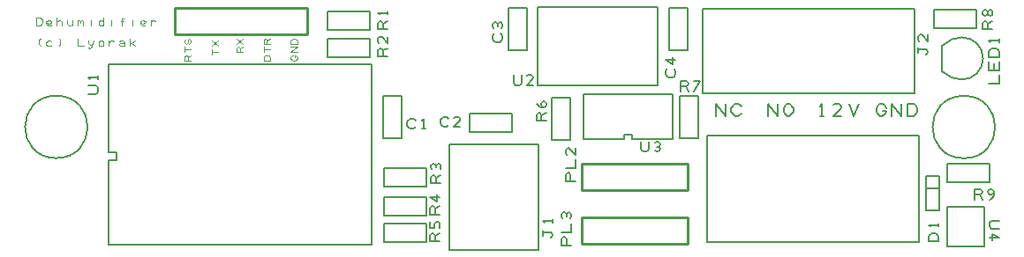
<source format=gto>
%FSLAX35Y35*%
%MOMM*%
G04 EasyPC Gerber Version 18.0.8 Build 3632 *
%ADD98C,0.10000*%
%ADD10C,0.12700*%
%ADD12C,0.20000*%
%ADD15C,0.25400*%
X0Y0D02*
D02*
D10*
X406350Y1556350D02*
G75*
G03Y956350J-300000D01*
G01*
G75*
G03Y1556350J300000*
G01*
X711360Y1575100D02*
X782790D01*
X798670Y1583040*
X806610Y1598910*
Y1630660*
X798670Y1646540*
X782790Y1654480*
X711360*
X806610Y1717980D02*
Y1749730D01*
Y1733850D02*
X711360D01*
X727230Y1717980*
X909600Y1861060D02*
X3429600D01*
Y121060*
X909600*
Y937600*
X980420*
Y1012600*
X909600*
Y1861060*
X3007220Y2186200D02*
X3413620D01*
Y2364000*
X3007220*
Y2186200*
X3413620Y2104000D02*
X3007220D01*
Y1926200*
X3413620*
Y2104000*
X3541520Y1558300D02*
Y1151900D01*
X3719320*
Y1558300*
X3541520*
X3547220Y686200D02*
X3953620D01*
Y864000*
X3547220*
Y686200*
X3586610Y1935100D02*
X3491360D01*
Y1990660*
X3499290Y2006540*
X3515170Y2014480*
X3531040Y2006540*
X3538980Y1990660*
Y1935100*
Y1990660D02*
X3586610Y2014480D01*
Y2125600D02*
Y2062100D01*
X3531040Y2117660*
X3515170Y2125600*
X3499290Y2117660*
X3491360Y2101790*
Y2077980*
X3499290Y2062100*
X3586610Y2195100D02*
X3491360D01*
Y2250660*
X3499290Y2266540*
X3515170Y2274480*
X3531040Y2266540*
X3538980Y2250660*
Y2195100*
Y2250660D02*
X3586610Y2274480D01*
Y2337980D02*
Y2369730D01*
Y2353850D02*
X3491360D01*
X3507230Y2337980*
X3849800Y1254790D02*
X3841860Y1246850D01*
X3825980Y1238910*
X3802170*
X3786300Y1246850*
X3778360Y1254790*
X3770420Y1270660*
Y1302410*
X3778360Y1318290*
X3786300Y1326230*
X3802170Y1334160*
X3825980*
X3841860Y1326230*
X3849800Y1318290*
X3913300Y1238910D02*
X3945050D01*
X3929170D02*
Y1334160D01*
X3913300Y1318290*
X3953620Y324000D02*
X3547220D01*
Y146200*
X3953620*
Y324000*
Y584000D02*
X3547220D01*
Y406200*
X3953620*
Y584000*
X4169800Y1274790D02*
X4161860Y1266850D01*
X4145980Y1258910*
X4122170*
X4106300Y1266850*
X4098360Y1274790*
X4090420Y1290660*
Y1322410*
X4098360Y1338290*
X4106300Y1346230*
X4122170Y1354160*
X4145980*
X4161860Y1346230*
X4169800Y1338290*
X4280920Y1258910D02*
X4217420D01*
X4272980Y1314480*
X4280920Y1330350*
X4272980Y1346230*
X4257110Y1354160*
X4233300*
X4217420Y1346230*
X4086610Y155100D02*
X3991360D01*
Y210660*
X3999290Y226540*
X4015170Y234480*
X4031040Y226540*
X4038980Y210660*
Y155100*
Y210660D02*
X4086610Y234480D01*
X4078670Y282100D02*
X4086610Y297980D01*
Y321790*
X4078670Y337660*
X4062790Y345600*
X4054860*
X4038980Y337660*
X4031040Y321790*
Y282100*
X3991360*
Y345600*
X4086610Y415100D02*
X3991360D01*
Y470660*
X3999290Y486540*
X4015170Y494480*
X4031040Y486540*
X4038980Y470660*
Y415100*
Y470660D02*
X4086610Y494480D01*
Y581790D02*
X3991360D01*
X4054860Y542100*
Y605600*
X4094910Y715100D02*
X3999660D01*
Y770660*
X4007590Y786540*
X4023470Y794480*
X4039340Y786540*
X4047280Y770660*
Y715100*
Y770660D02*
X4094910Y794480D01*
X4086970Y850040D02*
X4094910Y865910D01*
Y881790*
X4086970Y897660*
X4071090Y905600*
X4055220Y897660*
X4047280Y881790*
Y865910*
Y881790D02*
X4039340Y897660D01*
X4023470Y905600*
X4007590Y897660*
X3999660Y881790*
Y865910*
X4007590Y850040*
X4179240Y70330D02*
Y1090330D01*
X5029240*
Y70330*
X4179240*
X4670730Y2154480D02*
X4678670Y2146540D01*
X4686610Y2130660*
Y2106850*
X4678670Y2090980*
X4670730Y2083040*
X4654860Y2075100*
X4623110*
X4607230Y2083040*
X4599290Y2090980*
X4591360Y2106850*
Y2130660*
X4599290Y2146540*
X4607230Y2154480*
X4678670Y2210040D02*
X4686610Y2225910D01*
Y2241790*
X4678670Y2257660*
X4662790Y2265600*
X4646920Y2257660*
X4638980Y2241790*
Y2225910*
Y2241790D02*
X4631040Y2257660D01*
X4615170Y2265600*
X4599290Y2257660*
X4591360Y2241790*
Y2225910*
X4599290Y2210040*
X4741520Y2398300D02*
Y1991900D01*
X4919320*
Y2398300*
X4741520*
X4773620Y1384000D02*
X4367220D01*
Y1206200*
X4773620*
Y1384000*
X4790420Y1754160D02*
Y1682730D01*
X4798360Y1666850*
X4814230Y1658910*
X4845980*
X4861860Y1666850*
X4869800Y1682730*
Y1754160*
X4980920Y1658910D02*
X4917420D01*
X4972980Y1714480*
X4980920Y1730350*
X4972980Y1746230*
X4957110Y1754160*
X4933300*
X4917420Y1746230*
X5024370Y1658260D02*
X6174370D01*
Y2413260*
X5024370*
Y1658260*
X5106610Y1315100D02*
X5011360D01*
Y1370660*
X5019290Y1386540*
X5035170Y1394480*
X5051040Y1386540*
X5058980Y1370660*
Y1315100*
Y1370660D02*
X5106610Y1394480D01*
X5082790Y1442100D02*
X5066920Y1450040D01*
X5058980Y1465910*
Y1481790*
X5066920Y1497660*
X5082790Y1505600*
X5098670Y1497660*
X5106610Y1481790*
Y1465910*
X5098670Y1450040*
X5082790Y1442100*
X5058980*
X5035170Y1450040*
X5019290Y1465910*
X5011360Y1481790*
X5150730Y195100D02*
X5158670Y203040D01*
X5166610Y218910*
X5158670Y234790*
X5150730Y242730*
X5071360*
Y258600*
Y242730D02*
Y210980D01*
X5166610Y337980D02*
Y369730D01*
Y353850D02*
X5071360D01*
X5087230Y337980*
X5339320Y1131900D02*
Y1538300D01*
X5161520*
Y1131900*
X5339320*
X5346610Y116350D02*
X5251360D01*
Y171910*
X5259290Y187790*
X5275170Y195730*
X5291040Y187790*
X5298980Y171910*
Y116350*
X5251360Y243350D02*
X5346610D01*
Y322730*
X5338670Y378290D02*
X5346610Y394160D01*
Y410040*
X5338670Y425910*
X5322790Y433850*
X5306920Y425910*
X5298980Y410040*
Y394160*
Y410040D02*
X5291040Y425910D01*
X5275170Y433850*
X5259290Y425910*
X5251360Y410040*
Y394160*
X5259290Y378290*
X5386610Y735100D02*
X5291360D01*
Y790660*
X5299290Y806540*
X5315170Y814480*
X5331040Y806540*
X5338980Y790660*
Y735100*
X5291360Y862100D02*
X5386610D01*
Y941480*
Y1052600D02*
Y989100D01*
X5331040Y1044660*
X5315170Y1052600*
X5299290Y1044660*
X5291360Y1028790*
Y1004980*
X5299290Y989100*
X5465420Y1140600D02*
Y1569600D01*
X6315420*
Y1140600*
X5927920*
Y1178100*
X5852920*
Y1140600*
X5465420*
X6010420Y1114160D02*
Y1042730D01*
X6018360Y1026850*
X6034230Y1018910*
X6065980*
X6081860Y1026850*
X6089800Y1042730*
Y1114160*
X6145360Y1026850D02*
X6161230Y1018910D01*
X6177110*
X6192980Y1026850*
X6200920Y1042730*
X6192980Y1058600*
X6177110Y1066540*
X6161230*
X6177110D02*
X6192980Y1074480D01*
X6200920Y1090350*
X6192980Y1106230*
X6177110Y1114160*
X6161230*
X6145360Y1106230*
X6281520Y2398300D02*
Y1991900D01*
X6459320*
Y2398300*
X6281520*
X6330730Y1814480D02*
X6338670Y1806540D01*
X6346610Y1790660*
Y1766850*
X6338670Y1750980*
X6330730Y1743040*
X6314860Y1735100*
X6283110*
X6267230Y1743040*
X6259290Y1750980*
X6251360Y1766850*
Y1790660*
X6259290Y1806540*
X6267230Y1814480*
X6346610Y1901790D02*
X6251360D01*
X6314860Y1862100*
Y1925600*
X6381520Y1558300D02*
Y1151900D01*
X6559320*
Y1558300*
X6381520*
X6390420Y1598910D02*
Y1694160D01*
X6445980*
X6461860Y1686230*
X6469800Y1670350*
X6461860Y1654480*
X6445980Y1646540*
X6390420*
X6445980D02*
X6469800Y1598910D01*
X6517420D02*
X6580920Y1694160D01*
X6517420*
X8635580Y2393240D02*
X6603580D01*
Y1583240*
X8635580*
Y2393240*
X8682120Y1172230D02*
X6644120D01*
Y150230*
X8682120*
Y1172230*
X8750020Y780500D02*
Y449700D01*
X8870820*
Y780500*
X8750020*
X8750730Y1955100D02*
X8758670Y1963040D01*
X8766610Y1978910*
X8758670Y1994790*
X8750730Y2002730*
X8671360*
Y2018600*
Y2002730D02*
Y1970980D01*
X8766610Y2145600D02*
Y2082100D01*
X8711040Y2137660*
X8695170Y2145600*
X8679290Y2137660*
X8671360Y2121790*
Y2097980*
X8679290Y2082100*
X8865920Y664600D02*
X8755920D01*
X8866610Y155100D02*
X8771360D01*
Y202730*
X8779290Y218600*
X8787230Y226540*
X8803110Y234480*
X8834860*
X8850730Y226540*
X8858670Y218600*
X8866610Y202730*
Y155100*
Y297980D02*
Y329730D01*
Y313850D02*
X8771360D01*
X8787230Y297980*
X9092020Y1711900D02*
G75*
G03X9295220Y1915100J203200D01*
G01*
G75*
G03X9092020Y2118300I-203200*
G01*
G75*
G03X8911680Y2044640I-1250J-254520*
G01*
X8901520Y2034480*
Y1795720*
X8911680Y1785560*
G75*
G03X9092020Y1711900I179090J180860*
G01*
X9110420Y1555100D02*
G75*
G03Y955100J-300000D01*
G01*
G75*
G03Y1555100J300000*
G01*
X9210420Y558910D02*
Y654160D01*
X9265980*
X9281860Y646230*
X9289800Y630350*
X9281860Y614480*
X9265980Y606540*
X9210420*
X9265980D02*
X9289800Y558910D01*
X9361230D02*
X9377110Y566850D01*
X9392980Y582730*
X9400920Y606540*
Y630350*
X9392980Y646230*
X9377110Y654160*
X9361230*
X9345360Y646230*
X9337420Y630350*
X9345360Y614480*
X9361230Y606540*
X9377110*
X9392980Y614480*
X9400920Y630350*
X9233620Y2384000D02*
X8827220D01*
Y2206200*
X9233620*
Y2384000*
X9308220Y104600D02*
Y485600D01*
X8952620*
Y104600*
X9305680*
X9449480Y355100D02*
X9378050D01*
X9362170Y347160*
X9354230Y331290*
Y299540*
X9362170Y283660*
X9378050Y275720*
X9449480*
X9354230Y188410D02*
X9449480D01*
X9385980Y228100*
Y164600*
X9353620Y904000D02*
X8947220D01*
Y726200*
X9353620*
Y904000*
X9386610Y2195100D02*
X9291360D01*
Y2250660*
X9299290Y2266540*
X9315170Y2274480*
X9331040Y2266540*
X9338980Y2250660*
Y2195100*
Y2250660D02*
X9386610Y2274480D01*
X9338980Y2345910D02*
Y2361790D01*
X9331040Y2377660*
X9315170Y2385600*
X9299290Y2377660*
X9291360Y2361790*
Y2345910*
X9299290Y2330040*
X9315170Y2322100*
X9331040Y2330040*
X9338980Y2345910*
X9346920Y2330040*
X9362790Y2322100*
X9378670Y2330040*
X9386610Y2345910*
Y2361790*
X9378670Y2377660*
X9362790Y2385600*
X9346920Y2377660*
X9338980Y2361790*
X9351360Y1675100D02*
X9446610D01*
Y1754480*
Y1802100D02*
X9351360D01*
Y1881480*
X9398980Y1865600D02*
Y1802100D01*
X9446610D02*
Y1881480D01*
Y1929100D02*
X9351360D01*
Y1976730*
X9359290Y1992600*
X9367230Y2000540*
X9383110Y2008480*
X9414860*
X9430730Y2000540*
X9438670Y1992600*
X9446610Y1976730*
Y1929100*
Y2071980D02*
Y2103730D01*
Y2087850D02*
X9351360D01*
X9367230Y2071980*
D02*
D12*
X6730420Y1363230D02*
Y1475730D01*
X6824170Y1363230*
Y1475730*
X6974170Y1381980D02*
X6964800Y1372600D01*
X6946050Y1363230*
X6917920*
X6899170Y1372600*
X6889800Y1381980*
X6880420Y1400730*
Y1438230*
X6889800Y1456980*
X6899170Y1466350*
X6917920Y1475730*
X6946050*
X6964800Y1466350*
X6974170Y1456980*
X7230420Y1363230D02*
Y1475730D01*
X7324170Y1363230*
Y1475730*
X7380420Y1400730D02*
Y1438230D01*
X7389800Y1456980*
X7399170Y1466350*
X7417920Y1475730*
X7436670*
X7455420Y1466350*
X7464800Y1456980*
X7474170Y1438230*
Y1400730*
X7464800Y1381980*
X7455420Y1372600*
X7436670Y1363230*
X7417920*
X7399170Y1372600*
X7389800Y1381980*
X7380420Y1400730*
X7729170Y1363230D02*
X7766670D01*
X7747920D02*
Y1475730D01*
X7729170Y1456980*
X7935420Y1363230D02*
X7860420D01*
X7926050Y1428850*
X7935420Y1447600*
X7926050Y1466350*
X7907300Y1475730*
X7879170*
X7860420Y1466350*
X8010420Y1475730D02*
X8057300Y1363230D01*
X8104170Y1475730*
X8336050Y1410100D02*
X8364170D01*
Y1400730*
X8354800Y1381980*
X8345420Y1372600*
X8326670Y1363230*
X8307920*
X8289170Y1372600*
X8279800Y1381980*
X8270420Y1400730*
Y1438230*
X8279800Y1456980*
X8289170Y1466350*
X8307920Y1475730*
X8326670*
X8345420Y1466350*
X8354800Y1456980*
X8364170Y1438230*
X8420420Y1363230D02*
Y1475730D01*
X8514170Y1363230*
Y1475730*
X8570420Y1363230D02*
Y1475730D01*
X8626670*
X8645420Y1466350*
X8654800Y1456980*
X8664170Y1438230*
Y1400730*
X8654800Y1381980*
X8645420Y1372600*
X8626670Y1363230*
X8570420*
D02*
D15*
X1543420Y2148100D02*
X2813420D01*
Y2402100*
X1543420*
Y2148100*
X5443420Y649350D02*
X6459420D01*
Y903350*
X5443420*
Y649350*
X6457420Y383350D02*
X5441420D01*
Y129350*
X6457420*
Y383350*
D02*
D98*
X254170Y2033850D02*
X241670Y2052600D01*
Y2096350*
X254170Y2108850*
X360420Y2077600D02*
X347920Y2083850D01*
X329170*
X316670Y2077600*
X310420Y2065100*
Y2052600*
X316670Y2040100*
X329170Y2033850*
X347920*
X360420Y2040100*
X429170Y2033850D02*
X441670Y2052600D01*
Y2096350*
X429170Y2108850*
X610420D02*
Y2033850D01*
X672920*
X710420Y2083850D02*
X716670Y2058850D01*
X729170Y2046350*
X741670*
X754170Y2058850*
X760420Y2083850*
X754170Y2058850D02*
X747920Y2033850D01*
X741670Y2021350*
X729170Y2015100*
X716670Y2021350*
X810420Y2052600D02*
X816670Y2040100D01*
X829170Y2033850*
X841670*
X854170Y2040100*
X860420Y2052600*
Y2065100*
X854170Y2077600*
X841670Y2083850*
X829170*
X816670Y2077600*
X810420Y2065100*
Y2052600*
X910420Y2033850D02*
Y2083850D01*
Y2065100D02*
X916670Y2077600D01*
X929170Y2083850*
X941670*
X954170Y2077600*
X1010420D02*
X1022920Y2083850D01*
X1041670*
X1054170Y2077600*
X1060420Y2065100*
Y2046350*
X1054170Y2040100*
X1041670Y2033850*
X1029170*
X1016670Y2040100*
X1010420Y2046350*
Y2052600*
X1016670Y2058850*
X1029170Y2065100*
X1041670*
X1054170Y2058850*
X1060420Y2052600*
Y2046350D02*
Y2033850D01*
X1110420D02*
Y2108850D01*
Y2058850D02*
X1129170D01*
X1160420Y2083850*
X1129170Y2058850D02*
X1160420Y2033850D01*
X210420Y2233850D02*
Y2308850D01*
X247920*
X260420Y2302600*
X266670Y2296350*
X272920Y2283850*
Y2258850*
X266670Y2246350*
X260420Y2240100*
X247920Y2233850*
X210420*
X360420Y2240100D02*
X354170Y2233850D01*
X341670*
X329170*
X316670Y2240100*
X310420Y2252600*
Y2271350*
X316670Y2277600*
X329170Y2283850*
X341670*
X354170Y2277600*
X360420Y2271350*
Y2265100*
X354170Y2258850*
X341670Y2252600*
X329170*
X316670Y2258850*
X310420Y2265100*
X410420Y2233850D02*
Y2308850D01*
Y2265100D02*
X416670Y2277600D01*
X429170Y2283850*
X441670*
X454170Y2277600*
X460420Y2265100*
Y2233850*
X510420Y2283850D02*
Y2252600D01*
X516670Y2240100*
X529170Y2233850*
X541670*
X554170Y2240100*
X560420Y2252600*
Y2283850D02*
Y2233850D01*
X610420D02*
Y2283850D01*
Y2277600D02*
X616670Y2283850D01*
X629170*
X635420Y2277600*
Y2258850*
Y2277600D02*
X641670Y2283850D01*
X654170*
X660420Y2277600*
Y2233850*
X735420D02*
Y2283850D01*
Y2302600D02*
X860420Y2265100*
X854170Y2277600D01*
X841670Y2283850*
X829170*
X816670Y2277600*
X810420Y2265100*
Y2252600*
X816670Y2240100*
X829170Y2233850*
X841670*
X854170Y2240100*
X860420Y2252600*
Y2233850D02*
Y2308850D01*
X935420Y2233850D02*
Y2283850D01*
Y2302600D02*
X1035420Y2233850*
Y2296350D01*
X1041670Y2302600*
X1047920*
X1054170Y2296350*
X1022920Y2277600D02*
X1047920D01*
X1135420Y2233850D02*
Y2283850D01*
Y2302600D02*
X1260420Y2240100*
X1254170Y2233850D01*
X1241670*
X1229170*
X1216670Y2240100*
X1210420Y2252600*
Y2271350*
X1216670Y2277600*
X1229170Y2283850*
X1241670*
X1254170Y2277600*
X1260420Y2271350*
Y2265100*
X1254170Y2258850*
X1241670Y2252600*
X1229170*
X1216670Y2258850*
X1210420Y2265100*
X1310420Y2233850D02*
Y2283850D01*
Y2265100D02*
X1316670Y2277600D01*
X1329170Y2283850*
X1341670*
X1354170Y2277600*
X1695420Y1895100D02*
X1635420D01*
Y1930100*
X1640420Y1940100*
X1650420Y1945100*
X1660420Y1940100*
X1665420Y1930100*
Y1895100*
Y1930100D02*
X1695420Y1945100D01*
Y2000100D02*
X1635420D01*
Y1975100D02*
Y2025100D01*
X1680420Y2055100D02*
X1690420Y2060100D01*
X1695420Y2070100*
Y2090100*
X1690420Y2100100*
X1680420Y2105100*
X1670420Y2100100*
X1665420Y2090100*
Y2070100*
X1660420Y2060100*
X1650420Y2055100*
X1640420Y2060100*
X1635420Y2070100*
Y2090100*
X1640420Y2100100*
X1650420Y2105100*
X1955420Y1980100D02*
X1895420D01*
Y1955100D02*
Y2005100D01*
X1955420Y2035100D02*
X1895420Y2085100D01*
Y2035100D02*
X1955420Y2085100D01*
X2195420Y1975100D02*
X2135420D01*
Y2010100*
X2140420Y2020100*
X2150420Y2025100*
X2160420Y2020100*
X2165420Y2010100*
Y1975100*
Y2010100D02*
X2195420Y2025100D01*
Y2055100D02*
X2135420Y2105100D01*
Y2055100D02*
X2195420Y2105100D01*
X2455420Y1895100D02*
X2395420D01*
Y1925100*
X2400420Y1935100*
X2405420Y1940100*
X2415420Y1945100*
X2435420*
X2445420Y1940100*
X2450420Y1935100*
X2455420Y1925100*
Y1895100*
Y2000100D02*
X2395420D01*
Y1975100D02*
Y2025100D01*
X2455420Y2055100D02*
X2395420D01*
Y2090100*
X2400420Y2100100*
X2410420Y2105100*
X2420420Y2100100*
X2425420Y2090100*
Y2055100*
Y2090100D02*
X2455420Y2105100D01*
X2690420Y1930100D02*
Y1945100D01*
X2695420*
X2705420Y1940100*
X2710420Y1935100*
X2715420Y1925100*
Y1915100*
X2710420Y1905100*
X2705420Y1900100*
X2695420Y1895100*
X2675420*
X2665420Y1900100*
X2660420Y1905100*
X2655420Y1915100*
Y1925100*
X2660420Y1935100*
X2665420Y1940100*
X2675420Y1945100*
X2715420Y1975100D02*
X2655420D01*
X2715420Y2025100*
X2655420*
X2715420Y2055100D02*
X2655420D01*
Y2085100*
X2660420Y2095100*
X2665420Y2100100*
X2675420Y2105100*
X2695420*
X2705420Y2100100*
X2710420Y2095100*
X2715420Y2085100*
Y2055100*
X0Y0D02*
M02*

</source>
